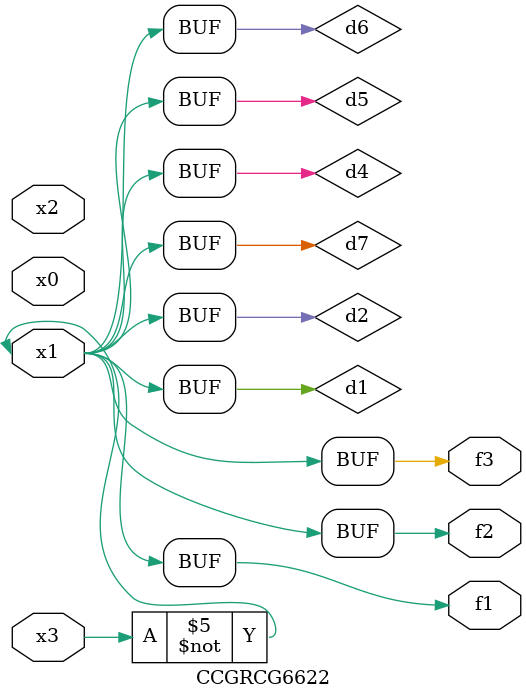
<source format=v>
module CCGRCG6622(
	input x0, x1, x2, x3,
	output f1, f2, f3
);

	wire d1, d2, d3, d4, d5, d6, d7;

	not (d1, x3);
	buf (d2, x1);
	xnor (d3, d1, d2);
	nor (d4, d1);
	buf (d5, d1, d2);
	buf (d6, d4, d5);
	nand (d7, d4);
	assign f1 = d6;
	assign f2 = d7;
	assign f3 = d6;
endmodule

</source>
